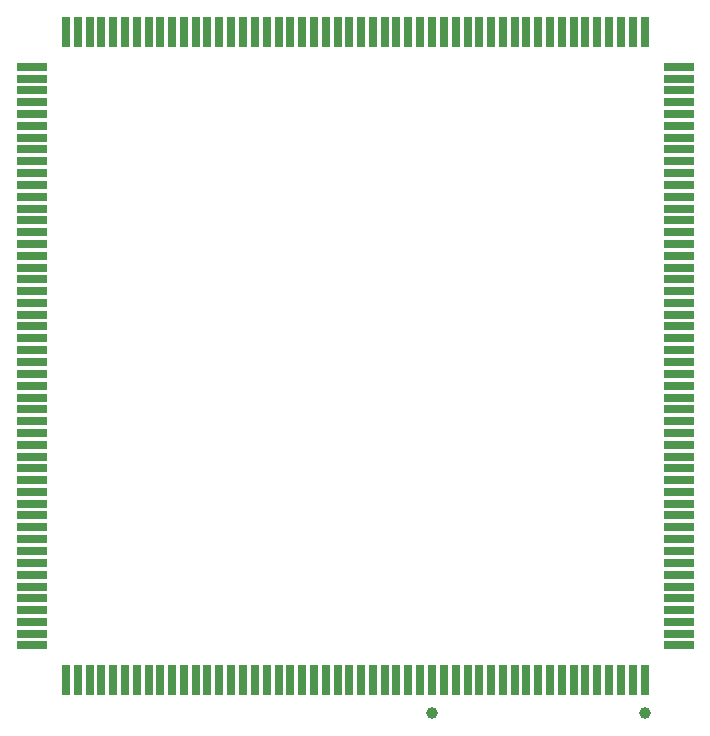
<source format=gtp>
%FSTAX23Y23*%
%MOIN*%
%SFA1B1*%

%IPPOS*%
%ADD13C,0.039370*%
%ADD14R,0.098430X0.027560*%
%ADD15R,0.027560X0.098430*%
%LNmod_duo_x_g3399-1*%
%LPD*%
G54D13*
X0246Y0015D03*
X01751D03*
G54D14*
X00417Y02303D03*
X02574Y00374D03*
Y00413D03*
Y00452D03*
Y00492D03*
Y00531D03*
Y0057D03*
Y0061D03*
Y00649D03*
Y00688D03*
Y00728D03*
Y00767D03*
Y00807D03*
Y00846D03*
Y00885D03*
Y00925D03*
Y00964D03*
Y01003D03*
Y01043D03*
Y01082D03*
Y01122D03*
Y01161D03*
Y012D03*
Y0124D03*
Y01279D03*
Y01318D03*
Y01358D03*
Y01397D03*
Y01437D03*
Y01476D03*
Y01515D03*
Y01555D03*
Y01594D03*
Y01633D03*
Y01673D03*
Y01712D03*
Y01751D03*
Y01791D03*
Y0183D03*
Y0187D03*
Y01909D03*
Y01948D03*
Y01988D03*
Y02027D03*
Y02066D03*
Y02106D03*
Y02145D03*
Y02185D03*
Y02224D03*
Y02263D03*
Y02303D03*
X00417Y02263D03*
Y02224D03*
Y02185D03*
Y02145D03*
Y02106D03*
Y02066D03*
Y02027D03*
Y01988D03*
Y01948D03*
Y01909D03*
Y0187D03*
Y0183D03*
Y01791D03*
Y01751D03*
Y01712D03*
Y01673D03*
Y01633D03*
Y01594D03*
Y01555D03*
Y01515D03*
Y01476D03*
Y01437D03*
Y01397D03*
Y01358D03*
Y01318D03*
Y01279D03*
Y0124D03*
Y012D03*
Y01161D03*
Y01122D03*
Y01082D03*
Y01043D03*
Y01003D03*
Y00964D03*
Y00925D03*
Y00885D03*
Y00846D03*
Y00807D03*
Y00767D03*
Y00728D03*
Y00688D03*
Y00649D03*
Y0061D03*
Y0057D03*
Y00531D03*
Y00492D03*
Y00452D03*
Y00413D03*
Y00374D03*
G54D15*
X00531Y02417D03*
X0057D03*
X0061D03*
X00649D03*
X00688D03*
X00728D03*
X00767D03*
X00807D03*
X00846D03*
X00885D03*
X00925D03*
X00964D03*
X01003D03*
X01043D03*
X01082D03*
X01122D03*
X01161D03*
X012D03*
X0124D03*
X01279D03*
X01318D03*
X01358D03*
X01397D03*
X01437D03*
X01476D03*
X01515D03*
X01555D03*
X01594D03*
X01633D03*
X01673D03*
X01712D03*
X01751D03*
X01791D03*
X0183D03*
X0187D03*
X01909D03*
X01948D03*
X01988D03*
X02027D03*
X02066D03*
X02106D03*
X02145D03*
X02185D03*
X02224D03*
X02263D03*
X02303D03*
X02342D03*
X02381D03*
X02421D03*
X0246Y00259D03*
X02421D03*
X02381D03*
X02342D03*
X02303D03*
X02263D03*
X02224D03*
X02185D03*
X02145D03*
X02106D03*
X02066D03*
X02027D03*
X01988D03*
X01948D03*
X01909D03*
X0187D03*
X0183D03*
X01791D03*
X01751D03*
X01712D03*
X01673D03*
X01633D03*
X01594D03*
X01555D03*
X01515D03*
X01476D03*
X01437D03*
X01397D03*
X01358D03*
X01318D03*
X01279D03*
X0124D03*
X012D03*
X01161D03*
X01122D03*
X01082D03*
X01043D03*
X01003D03*
X00964D03*
X00925D03*
X00885D03*
X00846D03*
X00807D03*
X00767D03*
X00728D03*
X00688D03*
X00649D03*
X0061D03*
X0057D03*
X00531D03*
X0246Y02417D03*
M02*
</source>
